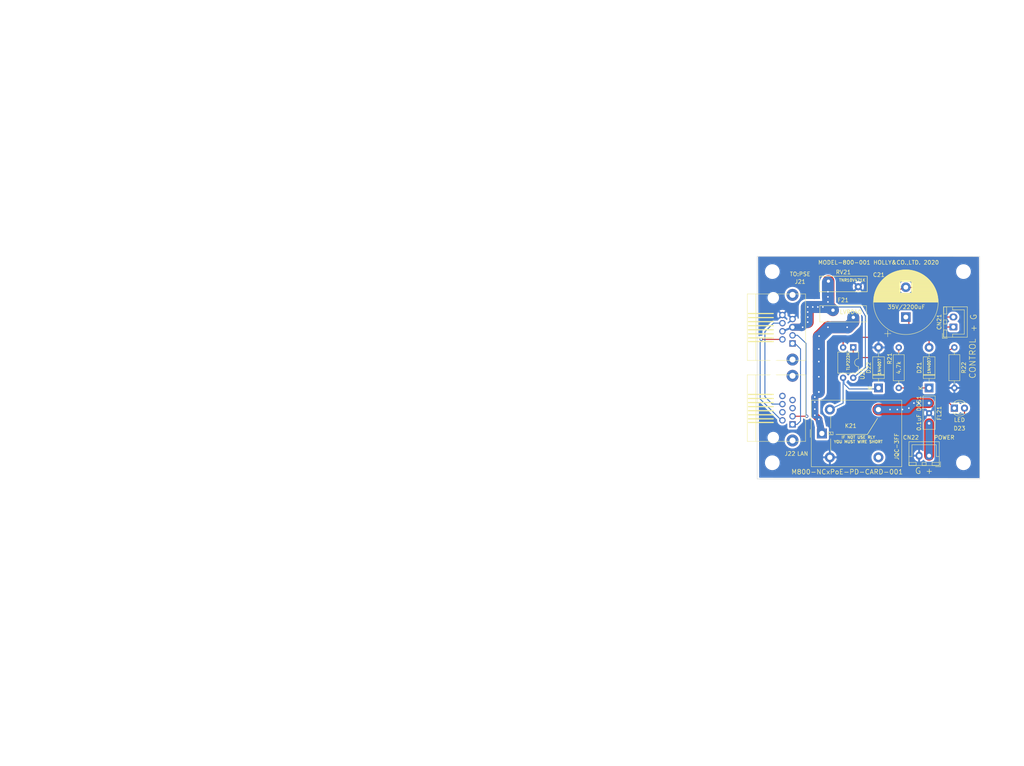
<source format=kicad_pcb>
(kicad_pcb (version 20221018) (generator pcbnew)
  (title_block (title "M800-NCxPoE") (date "2020-06-29") (rev "001"))
  (layers (0 "F.Cu" signal) (31 "B.Cu" signal) (34 "B.Paste" user) (35 "F.Paste" user) (36 "B.SilkS" user "B.Silkscreen") (37 "F.SilkS" user "F.Silkscreen") (38 "B.Mask" user) (39 "F.Mask" user) (44 "Edge.Cuts" user))
  (net 0 "")
  (net 1 "Net-(C21-Pad2)")
  (net 2 "Net-(C21-Pad1)")
  (net 3 "Net-(D22-Pad1)")
  (net 4 "Net-(F21-Pad2)")
  (net 5 "/PD1")
  (net 6 "/PD3")
  (net 7 "/PD2")
  (net 8 "/PD4")
  (net 9 "Net-(J22-Pad8)")
  (net 10 "Net-(J22-Pad4)")
  (net 11 "Net-(J22-Pad7)")
  (net 12 "Net-(J22-Pad5)")
  (net 13 "Net-(K21-Pad3)")
  (net 14 "Net-(R21-Pad2)")
  (net 15 "Net-(CN21-Pad1)")
  (net 16 "Net-(CN22-Pad1)")
  (net 17 "Net-(D23-Pad2)")
  (net 18 "Net-(D23-Pad1)")
  (net 19 "/PD_GND")
  (net 20 "/PD_PWR")
  (footprint "HOLLY:RJ45_Neltron_7810-8P8C" (layer "F.Cu") (at 180.58 74.93 -90)
    (fp_text reference "J21" (at -11.43 -6.745 180) (layer "F.SilkS"))
    (fp_text value "RJ45")
    (pad "" thru_hole circle (at -8.125 -4.84 270) (size 3 3) (drill 1.5) (layers "*.Cu" "*.Mask"))
    (pad "" np_thru_hole circle (at -7.4 0 270) (size 2.4 2.4) (drill 2.4) (layers "*.Cu" "*.Mask"))
    (pad "" np_thru_hole circle (at 7.4 0 270) (size 2.4 2.4) (drill 2.4) (layers "*.Cu" "*.Mask"))
    (pad "" thru_hole circle (at 8.125 -4.84 270) (size 3 3) (drill 1.5) (layers "*.Cu" "*.Mask"))
    (pad "1" thru_hole rect (at 4.08 -4.84 270) (size 1.6 1.6) (drill 1) (layers "*.Cu" "*.Mask") (net 5 "/PD1"))
    (pad "2" thru_hole circle (at 3.06 -2.3 270) (size 1.6 1.6) (drill 1) (layers "*.Cu" "*.Mask") (net 7 "/PD2"))
    (pad "3" thru_hole circle (at 2.04 -4.84 270) (size 1.6 1.6) (drill 1) (layers "*.Cu" "*.Mask") (net 6 "/PD3"))
    (pad "4" thru_hole circle (at 1.02 -2.3 270) (size 1.6 1.6) (drill 1) (layers "*.Cu" "*.Mask") (net 20 "/PD_PWR"))
    (pad "5" thru_hole circle (at 0 -4.84 270) (size 1.6 1.6) (drill 1) (layers "*.Cu" "*.Mask") (net 20 "/PD_PWR"))
    (pad "6" thru_hole circle (at -1.02 -2.3 270) (size 1.6 1.6) (drill 1) (layers "*.Cu" "*.Mask") (net 8 "/PD4"))
    (pad "7" thru_hole circle (at -2.04 -4.84 270) (size 1.6 1.6) (drill 1) (layers "*.Cu" "*.Mask") (net 19 "/PD_GND"))
    (pad "8" thru_hole circle (at -3.06 -2.3 270) (size 1.6 1.6) (drill 1) (layers "*.Cu" "*.Mask") (net 19 "/PD_GND"))
  )
  (footprint "HOLLY:RJ45_Neltron_7810-8P8C" (layer "F.Cu") (at 180.58 95.25 -90)
    (fp_text reference "J22" (at 11.43 -4.205 180) (layer "F.SilkS"))
    (fp_text value "RJ45")
    (pad "" thru_hole circle (at -8.125 -4.84 270) (size 3 3) (drill 1.5) (layers "*.Cu" "*.Mask"))
    (pad "" np_thru_hole circle (at -7.4 0 270) (size 2.4 2.4) (drill 2.4) (layers "*.Cu" "*.Mask"))
    (pad "" np_thru_hole circle (at 7.4 0 270) (size 2.4 2.4) (drill 2.4) (layers "*.Cu" "*.Mask"))
    (pad "" thru_hole circle (at 8.125 -4.84 270) (size 3 3) (drill 1.5) (layers "*.Cu" "*.Mask"))
    (pad "1" thru_hole rect (at 4.08 -4.84 270) (size 1.6 1.6) (drill 1) (layers "*.Cu" "*.Mask") (net 5 "/PD1"))
    (pad "2" thru_hole circle (at 3.06 -2.3 270) (size 1.6 1.6) (drill 1) (layers "*.Cu" "*.Mask") (net 7 "/PD2"))
    (pad "3" thru_hole circle (at 2.04 -4.84 270) (size 1.6 1.6) (drill 1) (layers "*.Cu" "*.Mask") (net 6 "/PD3"))
    (pad "4" thru_hole circle (at 1.02 -2.3 270) (size 1.6 1.6) (drill 1) (layers "*.Cu" "*.Mask") (net 10 "Net-(J22-Pad4)"))
    (pad "5" thru_hole circle (at 0 -4.84 270) (size 1.6 1.6) (drill 1) (layers "*.Cu" "*.Mask") (net 12 "Net-(J22-Pad5)"))
    (pad "6" thru_hole circle (at -1.02 -2.3 270) (size 1.6 1.6) (drill 1) (layers "*.Cu" "*.Mask") (net 8 "/PD4"))
    (pad "7" thru_hole circle (at -2.04 -4.84 270) (size 1.6 1.6) (drill 1) (layers "*.Cu" "*.Mask") (net 11 "Net-(J22-Pad7)"))
    (pad "8" thru_hole circle (at -3.06 -2.3 270) (size 1.6 1.6) (drill 1) (layers "*.Cu" "*.Mask") (net 9 "Net-(J22-Pad8)"))
  )
  (footprint "Resistor_THT:R_Axial_DIN0207_L6.3mm_D2.5mm_P10.16mm_Horizontal" (layer "F.Cu") (at 212.09 90.17 90)
    (fp_text reference "R21" (at 7.366 -2.286 90) (layer "F.SilkS"))
    (fp_text value "4.7k" (at 5.08 0 90) (layer "F.SilkS"))
    (pad "1" thru_hole circle (at 0 0 90) (size 1.6 1.6) (drill 0.8) (layers "*.Cu" "*.Mask") (net 2 "Net-(C21-Pad1)"))
    (pad "2" thru_hole oval (at 10.16 0 90) (size 1.6 1.6) (drill 0.8) (layers "*.Cu" "*.Mask") (net 14 "Net-(R21-Pad2)"))
  )
  (footprint "LED_THT:LED_D3.0mm" (layer "F.Cu") (at 226.06 95.25)
    (fp_text reference "D23" (at 1.27 5.08) (layer "F.SilkS"))
    (fp_text value "LED" (at 1.27 2.96) (layer "F.SilkS"))
    (pad "1" thru_hole rect (at 0 0) (size 1.8 1.8) (drill 0.9) (layers "*.Cu" "*.Mask") (net 18 "Net-(D23-Pad1)"))
    (pad "2" thru_hole circle (at 2.54 0) (size 1.8 1.8) (drill 0.9) (layers "*.Cu" "*.Mask") (net 17 "Net-(D23-Pad2)"))
  )
  (footprint "HOLLY:DSS1" (layer "F.Cu") (at 219.71 96.52 -90)
    (fp_text reference "FL21" (at 0 -2.54 90) (layer "F.SilkS"))
    (fp_text value "0.1uF DDS1" (at 0 2.54 90) (layer "F.SilkS"))
    (pad "1" thru_hole circle (at -2.54 0 270) (size 1.524 1.524) (drill 0.662) (layers "*.Cu" "*.Mask") (net 17 "Net-(D23-Pad2)"))
    (pad "2" thru_hole circle (at 0 0 270) (size 1.524 1.524) (drill 0.662) (layers "*.Cu" "*.Mask") (net 19 "/PD_GND"))
    (pad "3" thru_hole circle (at 2.54 0 270) (size 1.524 1.524) (drill 0.662) (layers "*.Cu" "*.Mask") (net 16 "Net-(CN22-Pad1)"))
  )
  (footprint "Fuse:Fuse_BelFuse_0ZRE0033FF_L11.4mm_W3.8mm" (layer "F.Cu") (at 195.58 70.6628)
    (fp_text reference "F21" (at 2.54 -2.54) (layer "F.SilkS"))
    (fp_text value "LVR040" (at 4.4704 0.4572) (layer "F.SilkS"))
    (pad "1" thru_hole circle (at 0 0) (size 1.4 1.4) (drill 0.85) (layers "*.Cu" "*.Mask") (net 20 "/PD_PWR"))
    (pad "2" thru_hole circle (at 5.1 1.8) (size 1.4 1.4) (drill 0.85) (layers "*.Cu" "*.Mask") (net 4 "Net-(F21-Pad2)"))
  )
  (footprint "Diode_THT:D_DO-41_SOD81_P10.16mm_Horizontal" (layer "F.Cu") (at 219.71 90.17 90)
    (fp_text reference "D21" (at 5.08 -2.47 90) (layer "F.SilkS"))
    (fp_text value "1N4007" (at 5.588 0 90) (layer "F.SilkS") (effects (font (size 0.7 0.7))))
    (fp_text user "K" (at 0 -2.1 90) (layer "F.SilkS"))
    (pad "1" thru_hole rect (at 0 0 90) (size 2.2 2.2) (drill 1.1) (layers "*.Cu" "*.Mask") (net 2 "Net-(C21-Pad1)"))
    (pad "2" thru_hole oval (at 10.16 0 90) (size 2.2 2.2) (drill 1.1) (layers "*.Cu" "*.Mask") (net 15 "Net-(CN21-Pad1)"))
  )
  (footprint "Diode_THT:D_DO-41_SOD81_P10.16mm_Horizontal" (layer "F.Cu") (at 207.01 90.17 90)
    (fp_text reference "D22" (at 5.08 -2.47 90) (layer "F.SilkS"))
    (fp_text value "1N4007" (at 5.334 0.254 90) (layer "F.SilkS") (effects (font (size 0.7 0.7))))
    (fp_text user "K" (at 0 -2.1 90) (layer "F.SilkS"))
    (pad "1" thru_hole rect (at 0 0 90) (size 2.2 2.2) (drill 1.1) (layers "*.Cu" "*.Mask") (net 3 "Net-(D22-Pad1)"))
    (pad "2" thru_hole oval (at 10.16 0 90) (size 2.2 2.2) (drill 1.1) (layers "*.Cu" "*.Mask") (net 19 "/PD_GND"))
  )
  (footprint "Connector_JST:JST_XH_B2B-XH-A_1x02_P2.50mm_Vertical" (layer "F.Cu") (at 219.71 107.188 180)
    (fp_text reference "CN22" (at 4.572 4.572 180) (layer "F.SilkS"))
    (fp_text value "02-XH-A")
    (pad "1" thru_hole roundrect (at 0 0 180) (size 1.7 2) (drill 1) (layers "*.Cu" "*.Mask") (roundrect_rratio 0.147059) (net 16 "Net-(CN22-Pad1)"))
    (pad "2" thru_hole oval (at 2.5 0 180) (size 1.7 2) (drill 1) (layers "*.Cu" "*.Mask") (net 19 "/PD_GND"))
  )
  (footprint "MountingHole:MountingHole_3.2mm_M3" (layer "F.Cu") (at 180.34 108.96)
    (fp_text reference "REF**" hide)
    (fp_text value "MountingHole_3.2mm_M3" hide)
    (pad "" np_thru_hole circle (at 0 0) (size 3.2 3.2) (drill 3.2) (layers "*.Cu" "*.Mask"))
  )
  (footprint "Resistor_THT:R_Axial_DIN0207_L6.3mm_D2.5mm_P10.16mm_Horizontal" (layer "F.Cu") (at 226.06 80.01 -90)
    (fp_text reference "R22" (at 5.08 -2.37 90) (layer "F.SilkS"))
    (fp_text value "R_US" hide)
    (pad "1" thru_hole circle (at 0 0 270) (size 1.6 1.6) (drill 0.8) (layers "*.Cu" "*.Mask") (net 18 "Net-(D23-Pad1)"))
    (pad "2" thru_hole oval (at 10.16 0 270) (size 1.6 1.6) (drill 0.8) (layers "*.Cu" "*.Mask") (net 19 "/PD_GND"))
  )
  (footprint "MountingHole:MountingHole_3.2mm_M3" (layer "F.Cu") (at 180.34 60.96)
    (fp_text reference "REF**" hide)
    (fp_text value "MountingHole_3.2mm_M3" hide)
    (pad "" np_thru_hole circle (at 0 0) (size 3.2 3.2) (drill 3.2) (layers "*.Cu" "*.Mask"))
  )
  (footprint "Relay_THT:Relay_SPDT_Omron-G5LE-1" (layer "F.Cu") (at 192.786 101.6 90)
    (fp_text reference "K21" (at 1.905 7.239 180) (layer "F.SilkS"))
    (fp_text value "JQC-3FF" (at -3.302 18.796 90) (layer "F.SilkS"))
    (pad "1" thru_hole rect (at 0 0 90) (size 2.5 2.5) (drill 1.3) (layers "*.Cu" "*.Mask") (net 4 "Net-(F21-Pad2)"))
    (pad "2" thru_hole oval (at -6 2 90) (size 2.5 2.5) (drill 1.3) (layers "*.Cu" "*.Mask") (net 19 "/PD_GND"))
    (pad "3" thru_hole oval (at -6 14.2 90) (size 2.5 2.5) (drill 1.3) (layers "*.Cu" "*.Mask") (net 13 "Net-(K21-Pad3)"))
    (pad "4" thru_hole oval (at 6 14.2 90) (size 2.5 2.5) (drill 1.3) (layers "*.Cu" "*.Mask") (net 17 "Net-(D23-Pad2)"))
    (pad "5" thru_hole oval (at 6 2 90) (size 2.5 2.5) (drill 1.3) (layers "*.Cu" "*.Mask") (net 3 "Net-(D22-Pad1)"))
  )
  (footprint "MountingHole:MountingHole_3.2mm_M3" (layer "F.Cu") (at 228.34 60.96)
    (fp_text reference "REF**" hide)
    (fp_text value "MountingHole_3.2mm_M3" hide)
    (pad "" np_thru_hole circle (at 0 0) (size 3.2 3.2) (drill 3.2) (layers "*.Cu" "*.Mask"))
  )
  (footprint "MountingHole:MountingHole_3.2mm_M3" (layer "F.Cu") (at 228.34 108.96)
    (fp_text reference "REF**" hide)
    (fp_text value "MountingHole_3.2mm_M3" hide)
    (pad "" np_thru_hole circle (at 0 0) (size 3.2 3.2) (drill 3.2) (layers "*.Cu" "*.Mask"))
  )
  (footprint "Connector_JST:JST_XH_B2B-XH-A_1x02_P2.50mm_Vertical" (layer "F.Cu") (at 225.806 74.8665 90)
    (fp_text reference "CN21" (at 1.25 -3.55 90) (layer "F.SilkS"))
    (fp_text value "02-XH-A")
    (pad "1" thru_hole roundrect (at 0 0 90) (size 1.7 2) (drill 1) (layers "*.Cu" "*.Mask") (roundrect_rratio 0.147059) (net 15 "Net-(CN21-Pad1)"))
    (pad "2" thru_hole oval (at 2.5 0 90) (size 1.7 2) (drill 1) (layers "*.Cu" "*.Mask") (net 1 "Net-(C21-Pad2)"))
  )
  (footprint "Capacitor_THT:CP_Radial_D16.0mm_P7.50mm" (layer "F.Cu") (at 213.868 72.39 90)
    (fp_text reference "C21" (at 10.6172 -6.7818 180) (layer "F.SilkS"))
    (fp_text value "35V/2200uF" (at 2.54 0.127 180) (layer "F.SilkS"))
    (pad "1" thru_hole rect (at 0 0 90) (size 2.4 2.4) (drill 1.2) (layers "*.Cu" "*.Mask") (net 2 "Net-(C21-Pad1)"))
    (pad "2" thru_hole circle (at 7.5 0 90) (size 2.4 2.4) (drill 1.2) (layers "*.Cu" "*.Mask") (net 1 "Net-(C21-Pad2)"))
  )
  (footprint "Varistor:RV_Disc_D12mm_W3.9mm_P7.5mm" (layer "F.Cu") (at 201.93 64.77 180)
    (fp_text reference "RV21" (at 3.75 3.65) (layer "F.SilkS"))
    (fp_text value "TNR10V471K" (at 1.524 1.651) (layer "F.SilkS") (effects (font (size 0.7 0.7))))
    (pad "1" thru_hole circle (at 0 0 180) (size 1.8 1.8) (drill 0.8) (layers "*.Cu" "*.Mask") (net 19 "/PD_GND"))
    (pad "2" thru_hole circle (at 7.5 1.4 180) (size 1.8 1.8) (drill 0.8) (layers "*.Cu" "*.Mask") (net 20 "/PD_PWR"))
  )
  (footprint "Package_DIP:DIP-4_W7.62mm" (layer "F.Cu") (at 200.66 80.01 -90)
    (fp_text reference "U21" (at 6.604 -2.33 90) (layer "F.SilkS"))
    (fp_text value "TLP222A" (at 3.556 1.27 90) (layer "F.SilkS") (effects (font (size 0.7 0.7))))
    (pad "1" thru_hole rect (at 0 0 270) (size 1.6 1.6) (drill 0.8) (layers "*.Cu" "*.Mask") (net 14 "Net-(R21-Pad2)"))
    (pad "2" thru_hole oval (at 0 2.54 270) (size 1.6 1.6) (drill 0.8) (layers "*.Cu" "*.Mask") (net 1 "Net-(C21-Pad2)"))
    (pad "3" thru_hole oval (at 7.62 2.54 270) (size 1.6 1.6) (drill 0.8) (layers "*.Cu" "*.Mask") (net 3 "Net-(D22-Pad1)"))
    (pad "4" thru_hole oval (at 7.62 0 270) (size 1.6 1.6) (drill 0.8) (layers "*.Cu" "*.Mask") (net 20 "/PD_PWR"))
  )
  (footprint "" (layer "F.Cu") (at -13.335 -2.54)
    (fp_text reference "" (at 104.775 86.995) (layer "F.SilkS") (effects (font (size 1.27 1.27))))
    (fp_text value "" (at 104.775 86.995) (layer "F.SilkS") (effects (font (size 1.27 1.27))))
  )
  (footprint "" (layer "F.Cu") (at 85.09 73.025)
    (fp_text reference "" (at 122.07 111.81) (layer "F.SilkS") (effects (font (size 1.27 1.27))))
    (fp_text value "" (at 122.07 111.81) (layer "F.SilkS") (effects (font (size 1.27 1.27))))
  )
  (footprint "" (layer "F.Cu") (at 86.995 73.025)
    (fp_text reference "" (at 122.07 111.81) (layer "F.SilkS") (effects (font (size 1.27 1.27))))
    (fp_text value "" (at 122.07 111.81) (layer "F.SilkS") (effects (font (size 1.27 1.27))))
  )
  (footprint "" (layer "F.Cu") (at 22.86 -6.985)
    (fp_text reference "" (at 80.645 50.165) (layer "F.SilkS") (effects (font (size 1.27 1.27))))
    (fp_text value "" (at 80.645 50.165) (layer "F.SilkS") (effects (font (size 1.27 1.27))))
  )
  (footprint "" (layer "F.Cu") (at 85.09 73.025)
    (fp_text reference "" (at 122.07 111.81) (layer "F.SilkS") (effects (font (size 1.27 1.27))))
    (fp_text value "" (at 122.07 111.81) (layer "F.SilkS") (effects (font (size 1.27 1.27))))
  )
  (gr_line (start 206.756 97.79) (end 204.216 101.854) (stroke (width 0.15)) (layer "F.SilkS"))
  (gr_line (start 204.216 101.854) (end 196.342 101.854) (stroke (width 0.15)) (layer "F.SilkS"))
  (gr_line (start 176.53 113.03) (end 232.41 113.03) (stroke (width 0.1)) (layer "Edge.Cuts"))
  (gr_line (start 232.41 113.03) (end 232.41 57.15) (stroke (width 0.1)) (layer "Edge.Cuts"))
  (gr_line (start 232.41 57.15) (end 176.53 57.15) (stroke (width 0.1)) (layer "Edge.Cuts"))
  (gr_line (start 176.53 113.03) (end 176.53 57.15) (stroke (width 0.1)) (layer "Edge.Cuts"))
  (gr_text "IF NOT USE RLY\nYOU MUST WIRE SHORT" (at 201.93 103.124) (layer "F.SilkS") (effects (font (size 0.7 0.7))))
  (gr_text "M800-NCxPoE-PD-CARD-001" (at 199.136 111.252) (layer "F.SilkS") (effects (font (size 1.2 1.2))))
  (gr_text "MODEL-800-001 HOLLY&CO.,LTD. 2020" (at 207.01 58.674) (layer "F.SilkS") (effects (font (size 1 1))))
  (gr_text "POWER" (at 223.52 102.616) (layer "F.SilkS") (effects (font (size 1 1))))
  (gr_text "G +" (at 218.44 110.998) (layer "F.SilkS") (effects (font (size 1.5 1.5))))
  (gr_text "CONTROL" (at 230.632 82.804 90) (layer "F.SilkS") (effects (font (size 1.5 1.5))))
  (gr_text " + G" (at 230.886 74.422 90) (layer "F.SilkS") (effects (font (size 1.5 1.5))))
  (gr_text "TO:PSE" (at 187.325 61.595) (layer "F.SilkS") (effects (font (size 1 1))))
  (gr_text "LAN" (at 187.96 106.68) (layer "F.SilkS") (effects (font (size 1 1))))
  (segment (start 219.71 71.12) (end 221.02 72.39) (width 0.25) (layer "F.Cu") (net 1))
  (segment (start 210.82 74.93) (end 210.82 66.04) (width 0.25) (layer "F.Cu") (net 1))
  (segment (start 213.868 64.89) (end 218.7632 65.0932) (width 0.25) (layer "F.Cu") (net 1))
  (segment (start 219.71 66.04) (end 219.71 71.12) (width 0.25) (layer "F.Cu") (net 1))
  (segment (start 221.02 72.39) (end 225.806 72.3665) (width 0.25) (layer "F.Cu") (net 1))
  (segment (start 218.7632 65.0932) (end 219.71 66.04) (width 0.25) (layer "F.Cu") (net 1))
  (segment (start 198.12 78.74) (end 199.39 77.47) (width 0.25) (layer "F.Cu") (net 1))
  (segment (start 208.28 77.47) (end 210.82 74.93) (width 0.25) (layer "F.Cu") (net 1))
  (segment (start 199.39 77.47) (end 208.28 77.47) (width 0.25) (layer "F.Cu") (net 1))
  (segment (start 198.12 80.01) (end 198.12 78.74) (width 0.25) (layer "F.Cu") (net 1))
  (segment (start 210.82 66.04) (end 213.868 64.89) (width 0.25) (layer "F.Cu") (net 1))
  (segment (start 214.63 72.5932) (end 214.63 90.17) (width 0.25) (layer "F.Cu") (net 2))
  (segment (start 219.71 90.17) (end 214.63 90.17) (width 0.25) (layer "F.Cu") (net 2))
  (segment (start 214.63 90.17) (end 212.09 90.17) (width 0.25) (layer "F.Cu") (net 2))
  (segment (start 199.644 90.424) (end 207.264 90.424) (width 0.25) (layer "B.Cu") (net 3))
  (segment (start 198.33772 87.839579) (end 198.33772 89.109579) (width 0.25) (layer "B.Cu") (net 3))
  (segment (start 198.351683 89.133495) (end 199.621683 90.403495) (width 0.25) (layer "B.Cu") (net 3))
  (segment (start 198.12 93.98) (end 194.786 95.6) (width 0.25) (layer "B.Cu") (net 3))
  (segment (start 198.12 87.884) (end 198.12 93.98) (width 0.25) (layer "B.Cu") (net 3))
  (segment (start 192.024 91.186) (end 192.024 91.186) (width 1.75) (layer "F.Cu") (net 4))
  (segment (start 194.31 74.93) (end 192.0875 77.1525) (width 3) (layer "F.Cu") (net 4))
  (segment (start 192.0875 77.1525) (end 192.024 77.216) (width 3) (layer "F.Cu") (net 4))
  (segment (start 200.68 73.64) (end 199.39 74.93) (width 3) (layer "F.Cu") (net 4))
  (segment (start 191.008 97.028) (end 192.024 98.044) (width 1.75) (layer "F.Cu") (net 4))
  (segment (start 192.024 98.044) (end 192.024 98.044) (width 1.75) (layer "F.Cu") (net 4))
  (segment (start 192.024 77.216) (end 192.024 91.186) (width 3) (layer "F.Cu") (net 4))
  (segment (start 192.024 98.044) (end 192.786 101.6) (width 1.75) (layer "F.Cu") (net 4))
  (segment (start 200.68 72.4628) (end 200.68 73.64) (width 3) (layer "F.Cu") (net 4))
  (segment (start 194.31 74.93) (end 194.31 74.93) (width 3) (layer "F.Cu") (net 4))
  (segment (start 199.39 74.93) (end 194.31 74.93) (width 3) (layer "F.Cu") (net 4))
  (segment (start 192.024 91.44) (end 191.008 92.456) (width 1.75) (layer "F.Cu") (net 4))
  (segment (start 191.008 92.456) (end 191.008 97.028) (width 1.75) (layer "F.Cu") (net 4))
  (via (at 192.0875 77.1525) (size 0.8) (drill 0.4) (layers "F.Cu" "B.Cu") (net 4))
  (via (at 192.024 87.376) (size 0.8) (drill 0.4) (layers "F.Cu" "B.Cu") (net 4))
  (via (at 192.024 91.186) (size 0.8) (drill 0.4) (layers "F.Cu" "B.Cu") (net 4))
  (via (at 191.008 97.028) (size 0.8) (drill 0.4) (layers "F.Cu" "B.Cu") (net 4))
  (via (at 191.008 93.726) (size 0.8) (drill 0.4) (layers "F.Cu" "B.Cu") (net 4))
  (via (at 191.008 92.456) (size 0.8) (drill 0.4) (layers "F.Cu" "B.Cu") (net 4))
  (via (at 191.008 95.504) (size 0.8) (drill 0.4) (layers "F.Cu" "B.Cu") (net 4))
  (via (at 192.024 91.186) (size 0.8) (drill 0.4) (layers "F.Cu" "B.Cu") (net 4))
  (via (at 192.024 80.391) (size 0.8) (drill 0.4) (layers "F.Cu" "B.Cu") (net 4))
  (via (at 192.024 98.044) (size 0.8) (drill 0.4) (layers "F.Cu" "B.Cu") (net 4))
  (via (at 199.136 74.93) (size 0.8) (drill 0.4) (layers "F.Cu" "B.Cu") (net 4))
  (via (at 192.024 83.566) (size 0.8) (drill 0.4) (layers "F.Cu" "B.Cu") (net 4))
  (via (at 194.31 74.93) (size 0.8) (drill 0.4) (layers "F.Cu" "B.Cu") (net 4))
  (segment (start 193.887701 75.777701) (end 192.617701 77.047701) (width 3) (layer "B.Cu") (net 4))
  (segment (start 192.617701 77.047701) (end 192.146827 77.518574) (width 1.75) (layer "B.Cu") (net 4))
  (segment (start 199.136 74.93) (end 195.326 74.93) (width 3) (layer "B.Cu") (net 4))
  (segment (start 192.024 80.391) (end 192.024 83.566) (width 3) (layer "B.Cu") (net 4))
  (segment (start 192.024 83.566) (end 192.024 87.376) (width 3) (layer "B.Cu") (net 4))
  (segment (start 192.024 87.376) (end 192.024 91.186) (width 3) (layer "B.Cu") (net 4))
  (segment (start 192.024 77.47) (end 192.024 80.391) (width 3) (layer "B.Cu") (net 4))
  (segment (start 191.008 95.504) (end 191.008 93.726) (width 1.75) (layer "B.Cu") (net 4))
  (segment (start 200.572628 73.704587) (end 199.282628 74.994587) (width 3) (layer "B.Cu") (net 4))
  (segment (start 200.66 72.4628) (end 200.66 73.64) (width 3) (layer "B.Cu") (net 4))
  (segment (start 199.136 74.93) (end 199.136 74.93) (width 3) (layer "B.Cu") (net 4))
  (segment (start 191.008 93.726) (end 191.008 92.456) (width 1.75) (layer "B.Cu") (net 4))
  (segment (start 194.686827 74.978574) (end 193.887701 75.777701) (width 3) (layer "B.Cu") (net 4))
  (segment (start 192.024 98.044) (end 192.786 101.6) (width 1.75) (layer "B.Cu") (net 4))
  (segment (start 191.008 97.028) (end 191.008 95.504) (width 1.75) (layer "B.Cu") (net 4))
  (segment (start 192.024 77.47) (end 192.024 77.47) (width 3) (layer "B.Cu") (net 4))
  (segment (start 186.5724 99.33) (end 185.42 99.33) (width 0.25) (layer "B.Cu") (net 5))
  (segment (start 187.4266 98.4758) (end 186.5724 99.33) (width 0.25) (layer "B.Cu") (net 5))
  (segment (start 187.4266 80.391) (end 187.4266 98.4758) (width 0.25) (layer "B.Cu") (net 5))
  (segment (start 185.42 79.01) (end 186.0456 79.01) (width 0.25) (layer "B.Cu") (net 5))
  (segment (start 186.0456 79.01) (end 187.4266 80.391) (width 0.25) (layer "B.Cu") (net 5))
  (segment (start 185.42 97.29) (end 188.976 97.282) (width 0.25) (layer "F.Cu") (net 6))
  (via (at 188.976 97.282) (size 0.8) (drill 0.4) (layers "F.Cu" "B.Cu") (net 6))
  (segment (start 188.7982 97.282) (end 188.7982 97.282) (width 0.25) (layer "B.Cu") (net 6))
  (segment (start 186.69 76.97) (end 188.7982 78.9686) (width 0.25) (layer "B.Cu") (net 6))
  (segment (start 188.7982 78.9686) (end 188.7982 97.282) (width 0.25) (layer "B.Cu") (net 6))
  (segment (start 185.42 76.97) (end 186.69 76.97) (width 0.25) (layer "B.Cu") (net 6))
  (segment (start 182.88 77.99) (end 177.661 77.99) (width 0.25) (layer "F.Cu") (net 7))
  (via (at 177.546 77.978) (size 0.8) (drill 0.4) (layers "F.Cu" "B.Cu") (net 7))
  (segment (start 177.546 77.978) (end 177.546 78.486) (width 0.25) (layer "B.Cu") (net 7))
  (segment (start 182.626 98.298) (end 177.292 92.964) (width 0.25) (layer "B.Cu") (net 7))
  (segment (start 177.546 78.486) (end 177.292 78.74) (width 0.25) (layer "B.Cu") (net 7))
  (segment (start 177.292 92.976) (end 177.292 78.74) (width 0.25) (layer "B.Cu") (net 7))
  (segment (start 180.34 94.23) (end 178.439 92.329) (width 0.25) (layer "B.Cu") (net 8))
  (segment (start 178.492521 76.059881) (end 180.655521 73.896881) (width 0.25) (layer "B.Cu") (net 8))
  (segment (start 178.480616 92.306702) (end 178.480616 76.02958) (width 0.25) (layer "B.Cu") (net 8))
  (segment (start 182.757 94.23) (end 180.34 94.23) (width 0.25) (layer "B.Cu") (net 8))
  (segment (start 180.725 73.91) (end 182.88 73.91) (width 0.25) (layer "B.Cu") (net 8))
  (segment (start 201.93 82.55) (end 210.82 82.55) (width 0.25) (layer "F.Cu") (net 14))
  (segment (start 212.09 81.28) (end 212.09 80.01) (width 0.25) (layer "F.Cu") (net 14))
  (segment (start 200.66 80.01) (end 200.66 81.28) (width 0.25) (layer "F.Cu") (net 14))
  (segment (start 200.66 81.28) (end 201.93 82.55) (width 0.25) (layer "F.Cu") (net 14))
  (segment (start 210.82 82.55) (end 212.09 81.28) (width 0.25) (layer "F.Cu") (net 14))
  (segment (start 225.806 74.8665) (end 220.98 74.93) (width 0.25) (layer "F.Cu") (net 15))
  (segment (start 220.98 74.93) (end 219.71 76.2) (width 0.25) (layer "F.Cu") (net 15))
  (segment (start 219.71 76.2) (end 219.71 80.01) (width 0.25) (layer "F.Cu") (net 15))
  (segment (start 219.71 99.06) (end 219.71 107.188) (width 2.5) (layer "F.Cu") (net 16))
  (segment (start 219.71 99.06) (end 219.71 107.188) (width 1.75) (layer "B.Cu") (net 16))
  (segment (start 224.79 99.06) (end 223.52 97.79) (width 0.25) (layer "F.Cu") (net 17))
  (segment (start 223.52 96.52) (end 222.885 95.25) (width 0.25) (layer "F.Cu") (net 17))
  (segment (start 228.6 98.1075) (end 227.33 99.06) (width 0.25) (layer "F.Cu") (net 17))
  (segment (start 228.6 95.25) (end 228.6 98.1075) (width 0.25) (layer "F.Cu") (net 17))
  (segment (start 222.885 95.25) (end 220.98 95.25) (width 0.25) (layer "F.Cu") (net 17))
  (segment (start 220.98 95.25) (end 219.71 93.98) (width 0.25) (layer "F.Cu") (net 17))
  (segment (start 227.33 99.06) (end 224.79 99.06) (width 0.25) (layer "F.Cu") (net 17))
  (segment (start 223.52 97.79) (end 223.52 96.52) (width 0.25) (layer "F.Cu") (net 17))
  (segment (start 211.74 95.6) (end 214.28 95.6) (width 3) (layer "F.Cu") (net 17))
  (segment (start 214.63 95.25) (end 215.9 93.98) (width 3) (layer "F.Cu") (net 17))
  (segment (start 215.9 93.98) (end 217.17 93.98) (width 3) (layer "F.Cu") (net 17))
  (segment (start 217.17 93.98) (end 219.71 93.98) (width 2.5) (layer "F.Cu") (net 17))
  (segment (start 215.9 93.98) (end 215.9 93.98) (width 1.75) (layer "F.Cu") (net 17))
  (segment (start 214.28 95.6) (end 214.63 95.25) (width 1.75) (layer "F.Cu") (net 17))
  (segment (start 206.986 95.6) (end 211.74 95.6) (width 3) (layer "F.Cu") (net 17))
  (via (at 214.63 95.25) (size 0.8) (drill 0.4) (layers "F.Cu" "B.Cu") (net 17))
  (via (at 213.018698 95.591302) (size 0.8) (drill 0.4) (layers "F.Cu" "B.Cu") (net 17))
  (via (at 215.9 93.98) (size 0.8) (drill 0.4) (layers "F.Cu" "B.Cu") (net 17))
  (via (at 209.895804 95.595804) (size 0.8) (drill 0.4) (layers "F.Cu" "B.Cu") (net 17))
  (via (at 211.74 95.6) (size 0.8) (drill 0.4) (layers "F.Cu" "B.Cu") (net 17))
  (via (at 217.17 93.98) (size 0.8) (drill 0.4) (layers "F.Cu" "B.Cu") (net 17))
  (segment (start 213.018698 95.591302) (end 214.342088 95.591302) (width 1.75) (layer "B.Cu") (net 17))
  (segment (start 209.895804 95.595804) (end 213.018698 95.591302) (width 1.75) (layer "B.Cu") (net 17))
  (segment (start 214.28 95.6) (end 215.9 93.98) (width 1.75) (layer "B.Cu") (net 17))
  (segment (start 206.986 95.6) (end 209.895804 95.595804) (width 1.75) (layer "B.Cu") (net 17))
  (segment (start 215.9 93.98) (end 219.71 93.98) (width 1.75) (layer "B.Cu") (net 17))
  (segment (start 223.52 92.71) (end 224.79 93.98) (width 0.25) (layer "F.Cu") (net 18))
  (segment (start 224.79 93.98) (end 226.06 95.25) (width 0.25) (layer "F.Cu") (net 18))
  (segment (start 226.06 80.01) (end 223.52 81.28) (width 0.25) (layer "F.Cu") (net 18))
  (segment (start 223.52 81.28) (end 223.52 92.71) (width 0.25) (layer "F.Cu") (net 18))
  (segment (start 189.23 73.66) (end 187.96 74.93) (width 1.75) (layer "F.Cu") (net 20))
  (segment (start 194.43 69.73) (end 194.31 69.85) (width 1.75) (layer "F.Cu") (net 20))
  (segment (start 187.96 74.93) (end 185.42 74.93) (width 1.75) (layer "F.Cu") (net 20))
  (segment (start 189.23 69.85) (end 189.23 73.66) (width 3) (layer "F.Cu") (net 20))
  (segment (start 194.31 69.85) (end 189.23 69.85) (width 3) (layer "F.Cu") (net 20))
  (segment (start 194.43 63.37) (end 194.43 69.73) (width 3) (layer "F.Cu") (net 20))
  (segment (start 194.31 69.85) (end 194.7672 69.85) (width 1.75) (layer "F.Cu") (net 20))
  (segment (start 194.7672 69.85) (end 195.58 70.6628) (width 3) (layer "F.Cu") (net 20))
  (via (at 189.23 69.85) (size 0.8) (drill 0.4) (layers "F.Cu" "B.Cu") (net 20))
  (via (at 189.23 71.12) (size 0.8) (drill 0.4) (layers "F.Cu" "B.Cu") (net 20))
  (via (at 191.77 69.85) (size 0.8) (drill 0.4) (layers "F.Cu" "B.Cu") (net 20))
  (via (at 190.5 69.85) (size 0.8) (drill 0.4) (layers "F.Cu" "B.Cu") (net 20))
  (via (at 189.23 72.39) (size 0.8) (drill 0.4) (layers "F.Cu" "B.Cu") (net 20))
  (via (at 189.23 73.66) (size 0.8) (drill 0.4) (layers "F.Cu" "B.Cu") (net 20))
  (via (at 187.96 74.93) (size 0.8) (drill 0.4) (layers "F.Cu" "B.Cu") (net 20))
  (via (at 194.31 66.04) (size 0.8) (drill 0.4) (layers "F.Cu" "B.Cu") (net 20))
  (via (at 193.04 69.85) (size 0.8) (drill 0.4) (layers "F.Cu" "B.Cu") (net 20))
  (via (at 194.31 68.58) (size 0.8) (drill 0.4) (layers "F.Cu" "B.Cu") (net 20))
  (via (at 194.31 67.31) (size 0.8) (drill 0.4) (layers "F.Cu" "B.Cu") (net 20))
  (segment (start 194.35644 68.833585) (end 194.35644 67.563585) (width 3) (layer "B.Cu") (net 20))
  (segment (start 192.786 69.85) (end 194.056 69.85) (width 3) (layer "B.Cu") (net 20))
  (segment (start 191.262 69.85) (end 192.532 69.85) (width 3) (layer "B.Cu") (net 20))
  (segment (start 189.23 69.85) (end 190.5 69.85) (width 1.75) (layer "B.Cu") (net 20))
  (segment (start 188.976 69.85) (end 188.976 71.12) (width 3) (layer "B.Cu") (net 20))
  (segment (start 188.976 71.12) (end 188.976 72.39) (width 3) (layer "B.Cu") (net 20))
  (segment (start 188.976 72.39) (end 188.976 73.66) (width 3) (layer "B.Cu") (net 20))
  (segment (start 188.976 73.66) (end 187.706 74.93) (width 2) (layer "B.Cu") (net 20))
  (segment (start 187.96 74.93) (end 185.42 74.93) (width 1.75) (layer "B.Cu") (net 20))
  (segment (start 195.1228 69.85) (end 194.31 70.6628) (width 0.25) (layer "B.Cu") (net 20))
  (segment (start 203.708 85.09) (end 203.708 72.136) (width 0.25) (layer "B.Cu") (net 20))
  (segment (start 194.31 69.7992) (end 195.58 70.612) (width 3) (layer "B.Cu") (net 20))
  (segment (start 194.31 67.31) (end 194.294813 63.657778) (width 3) (layer "B.Cu") (net 20))
  (segment (start 203.708 72.136) (end 202.438 69.85) (width 0.25) (layer "B.Cu") (net 20))
  (segment (start 202.438 69.85) (end 195.1228 69.85) (width 0.25) (layer "B.Cu") (net 20))
  (segment (start 200.66 87.63) (end 203.708 85.09) (width 0.25) (layer "B.Cu") (net 20))
  (segment (start 182.88 75.95) (end 185.42 74.93) (width 0.5) (layer "B.Cu") (net 20))
  (segment (start 189.23 69.85) (end 190.5 69.85) (width 3) (layer "B.Cu") (net 20))
  (zone (net 19) (net_name "/PD_GND") (layer "B.Cu") (connect_pads (clearance 0.508)) (min_thickness 0.254) (fill yes (thermal_gap 0.508) (thermal_bridge_width 0.508))
    (polygon (pts (xy 232.4735 112.80775) (xy 177.038 112.7125) (xy 176.784 57.15) (xy 232.2195 57.24525)))
  )
)
</source>
